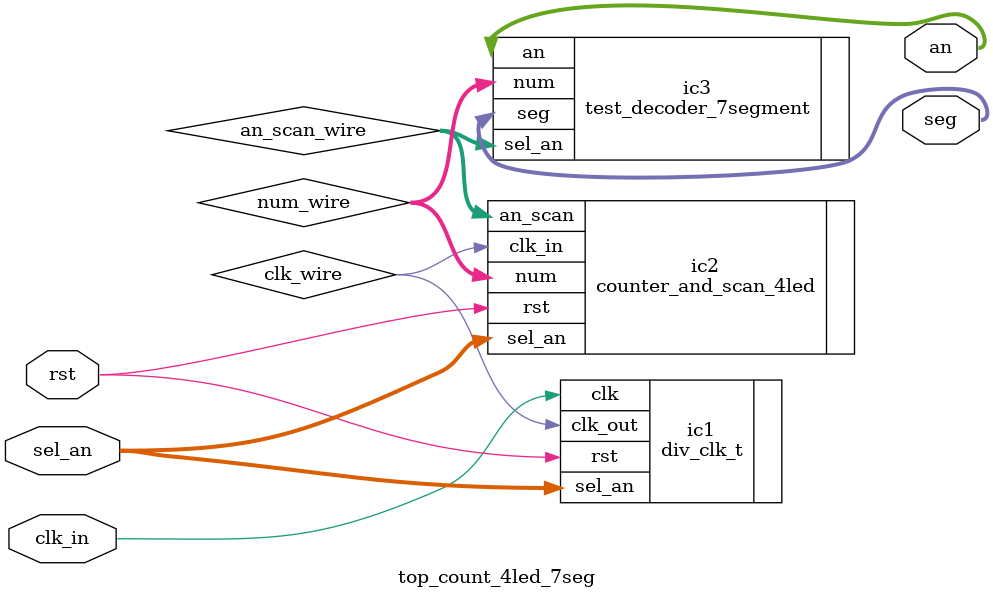
<source format=v>
`timescale 1ns / 1ps


module top_count_4led_7seg(clk_in,rst,seg,an,sel_an);
input clk_in,rst;
input [2:0] sel_an;
output [6:0] seg;
output [3:0] an;
wire [3:0] num_wire;
wire clk_wire;
wire [3:0] an_scan_wire;
div_clk_t ic1(.clk(clk_in),.rst(rst),.clk_out(clk_wire),.sel_an(sel_an));
counter_and_scan_4led ic2(.clk_in(clk_wire),.rst(rst),.num(num_wire),.an_scan(an_scan_wire),.sel_an(sel_an));
test_decoder_7segment ic3(.num(num_wire),.seg(seg),.sel_an(an_scan_wire),.an(an));
endmodule

</source>
